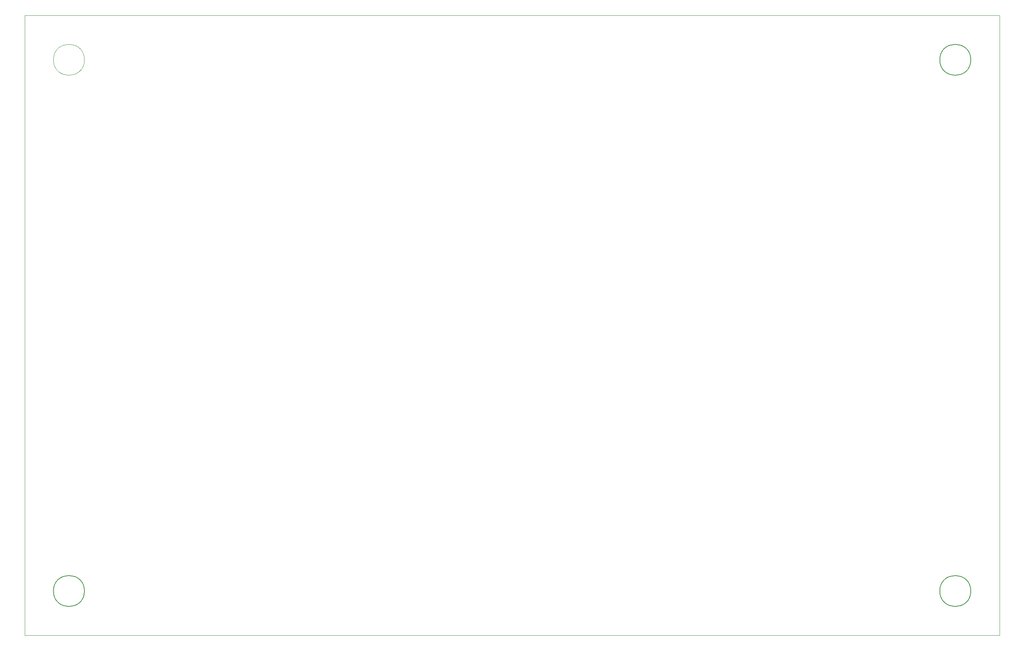
<source format=gbr>
%TF.GenerationSoftware,KiCad,Pcbnew,7.0.2*%
%TF.CreationDate,2023-06-15T03:48:31-07:00*%
%TF.ProjectId,DS5,4453352e-6b69-4636-9164-5f7063625858,rev?*%
%TF.SameCoordinates,Original*%
%TF.FileFunction,Profile,NP*%
%FSLAX46Y46*%
G04 Gerber Fmt 4.6, Leading zero omitted, Abs format (unit mm)*
G04 Created by KiCad (PCBNEW 7.0.2) date 2023-06-15 03:48:31*
%MOMM*%
%LPD*%
G01*
G04 APERTURE LIST*
%TA.AperFunction,Profile*%
%ADD10C,0.100000*%
%TD*%
%TA.AperFunction,Profile*%
%ADD11C,0.150000*%
%TD*%
G04 APERTURE END LIST*
D10*
X33500000Y-30000000D02*
G75*
G03*
X33500000Y-30000000I-3500000J0D01*
G01*
D11*
X233500000Y-30000000D02*
G75*
G03*
X233500000Y-30000000I-3500000J0D01*
G01*
D10*
X20000000Y-20000000D02*
X240000000Y-20000000D01*
X240000000Y-160000000D01*
X20000000Y-160000000D01*
X20000000Y-20000000D01*
D11*
X33500000Y-150000000D02*
G75*
G03*
X33500000Y-150000000I-3500000J0D01*
G01*
X233500000Y-150000000D02*
G75*
G03*
X233500000Y-150000000I-3500000J0D01*
G01*
M02*

</source>
